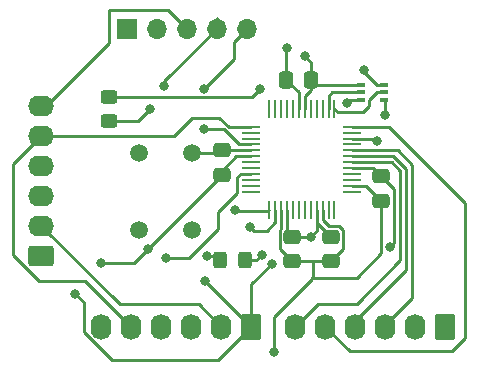
<source format=gbr>
%TF.GenerationSoftware,KiCad,Pcbnew,9.0.2*%
%TF.CreationDate,2025-05-28T14:02:20-07:00*%
%TF.ProjectId,MCU_DSP,4d43555f-4453-4502-9e6b-696361645f70,2.0*%
%TF.SameCoordinates,Original*%
%TF.FileFunction,Copper,L1,Top*%
%TF.FilePolarity,Positive*%
%FSLAX46Y46*%
G04 Gerber Fmt 4.6, Leading zero omitted, Abs format (unit mm)*
G04 Created by KiCad (PCBNEW 9.0.2) date 2025-05-28 14:02:20*
%MOMM*%
%LPD*%
G01*
G04 APERTURE LIST*
G04 Aperture macros list*
%AMRoundRect*
0 Rectangle with rounded corners*
0 $1 Rounding radius*
0 $2 $3 $4 $5 $6 $7 $8 $9 X,Y pos of 4 corners*
0 Add a 4 corners polygon primitive as box body*
4,1,4,$2,$3,$4,$5,$6,$7,$8,$9,$2,$3,0*
0 Add four circle primitives for the rounded corners*
1,1,$1+$1,$2,$3*
1,1,$1+$1,$4,$5*
1,1,$1+$1,$6,$7*
1,1,$1+$1,$8,$9*
0 Add four rect primitives between the rounded corners*
20,1,$1+$1,$2,$3,$4,$5,0*
20,1,$1+$1,$4,$5,$6,$7,0*
20,1,$1+$1,$6,$7,$8,$9,0*
20,1,$1+$1,$8,$9,$2,$3,0*%
G04 Aperture macros list end*
%TA.AperFunction,ComponentPad*%
%ADD10R,1.700000X1.700000*%
%TD*%
%TA.AperFunction,ComponentPad*%
%ADD11O,1.700000X1.700000*%
%TD*%
%TA.AperFunction,SMDPad,CuDef*%
%ADD12R,1.549400X0.279400*%
%TD*%
%TA.AperFunction,SMDPad,CuDef*%
%ADD13R,0.279400X1.549400*%
%TD*%
%TA.AperFunction,ComponentPad*%
%ADD14RoundRect,0.250000X0.845000X-0.620000X0.845000X0.620000X-0.845000X0.620000X-0.845000X-0.620000X0*%
%TD*%
%TA.AperFunction,ComponentPad*%
%ADD15O,2.190000X1.740000*%
%TD*%
%TA.AperFunction,ComponentPad*%
%ADD16RoundRect,0.250000X0.620000X0.845000X-0.620000X0.845000X-0.620000X-0.845000X0.620000X-0.845000X0*%
%TD*%
%TA.AperFunction,ComponentPad*%
%ADD17O,1.740000X2.190000*%
%TD*%
%TA.AperFunction,SMDPad,CuDef*%
%ADD18RoundRect,0.250000X0.337500X0.475000X-0.337500X0.475000X-0.337500X-0.475000X0.337500X-0.475000X0*%
%TD*%
%TA.AperFunction,ComponentPad*%
%ADD19C,1.507998*%
%TD*%
%TA.AperFunction,SMDPad,CuDef*%
%ADD20RoundRect,0.250000X-0.475000X0.337500X-0.475000X-0.337500X0.475000X-0.337500X0.475000X0.337500X0*%
%TD*%
%TA.AperFunction,SMDPad,CuDef*%
%ADD21RoundRect,0.250000X0.325000X0.450000X-0.325000X0.450000X-0.325000X-0.450000X0.325000X-0.450000X0*%
%TD*%
%TA.AperFunction,SMDPad,CuDef*%
%ADD22RoundRect,0.250000X-0.450000X0.325000X-0.450000X-0.325000X0.450000X-0.325000X0.450000X0.325000X0*%
%TD*%
%TA.AperFunction,SMDPad,CuDef*%
%ADD23RoundRect,0.250000X0.475000X-0.337500X0.475000X0.337500X-0.475000X0.337500X-0.475000X-0.337500X0*%
%TD*%
%TA.AperFunction,SMDPad,CuDef*%
%ADD24R,0.650000X0.400000*%
%TD*%
%TA.AperFunction,ViaPad*%
%ADD25C,0.800000*%
%TD*%
%TA.AperFunction,Conductor*%
%ADD26C,0.250000*%
%TD*%
G04 APERTURE END LIST*
D10*
%TO.P,J1,1,Pin_1*%
%TO.N,Net-(IC1-PGC1{slash}OA1IN+_{slash}_AN4_{slash}_C1IN1+_{slash}_C1IN3-_{slash}_RPB2_{slash}_RB2)*%
X196425000Y-134195000D03*
D11*
%TO.P,J1,2,Pin_2*%
%TO.N,Net-(IC1-PGD1{slash}OA1IN-_{slash}_AN5_{slash}_CTCMP_{slash}_C1IN1-_{slash}_RTCC_{slash}_RPB3_{slash}_RB3)*%
X198965000Y-134195000D03*
%TO.P,J1,3,Pin_3*%
%TO.N,GND*%
X201505000Y-134195000D03*
%TO.P,J1,4,Pin_4*%
%TO.N,+3V3*%
X204045000Y-134195000D03*
%TO.P,J1,5,Pin_5*%
%TO.N,Net-(IC1-~{MCLR})*%
X206585000Y-134195000D03*
%TD*%
D12*
%TO.P,IC1,1,RPA7_/_PWML4_/_RA7*%
%TO.N,Net-(IC1-RPA7_{slash}_PWML4_{slash}_RA7)*%
X206994700Y-142474799D03*
%TO.P,IC1,2,RPB14_/_PWMH1_/_RB14*%
%TO.N,unconnected-(IC1-RPB14_{slash}_PWMH1_{slash}_RB14-Pad2)*%
X206994700Y-142974798D03*
%TO.P,IC1,3,RPB15_/_PWML1_/_RB15*%
%TO.N,unconnected-(IC1-RPB15_{slash}_PWML1_{slash}_RB15-Pad3)*%
X206994700Y-143474800D03*
%TO.P,IC1,4,~{MCLR}*%
%TO.N,Net-(IC1-~{MCLR})*%
X206994700Y-143974799D03*
%TO.P,IC1,5,VSS_1*%
%TO.N,GND*%
X206994700Y-144474798D03*
%TO.P,IC1,6,VDD_1*%
%TO.N,+3V3*%
X206994700Y-144974799D03*
%TO.P,IC1,7,AN11_/_C1IN4-_/_RPA12_/_FLT13_/_RA12*%
%TO.N,unconnected-(IC1-AN11_{slash}_C1IN4-_{slash}_RPA12_{slash}_FLT13_{slash}_RA12-Pad7)*%
X206994700Y-145474799D03*
%TO.P,IC1,8,AN10_/_C2IN4-_/_RPA11_/_FLT14_/_RA11*%
%TO.N,unconnected-(IC1-AN10_{slash}_C2IN4-_{slash}_RPA11_{slash}_FLT14_{slash}_RA11-Pad8)*%
X206994700Y-145974800D03*
%TO.P,IC1,9,OA2OUT_/_AN0_/_C2IN2-_/_RPA0_/_RA0*%
%TO.N,Net-(IC1-OA2OUT_{slash}_AN0_{slash}_C2IN2-_{slash}_RPA0_{slash}_RA0)*%
X206994700Y-146474799D03*
%TO.P,IC1,10,OA2IN+_/_AN1_/_C2IN1+_/_C2IN3-_/_RPA1_/_RA1*%
%TO.N,unconnected-(IC1-OA2IN+_{slash}_AN1_{slash}_C2IN1+_{slash}_C2IN3-_{slash}_RPA1_{slash}_RA1-Pad10)*%
X206994700Y-146974798D03*
%TO.P,IC1,11,PGD3/_VREF-_/_OA2IN-_/_AN2_/_C2IN1-_/_RPB0_/_CTED2_/_RB0*%
%TO.N,unconnected-(IC1-PGD3{slash}_VREF-_{slash}_OA2IN-_{slash}_AN2_{slash}_C2IN1-_{slash}_RPB0_{slash}_CTED2_{slash}_RB0-Pad11)*%
X206994700Y-147474800D03*
%TO.P,IC1,12,PGC3/OA1OUT_/_VREF+_/_AN3_/_C1IN2-_/_RPB1_/_CTED1_/_RB1*%
%TO.N,unconnected-(IC1-PGC3{slash}OA1OUT_{slash}_VREF+_{slash}_AN3_{slash}_C1IN2-_{slash}_RPB1_{slash}_CTED1_{slash}_RB1-Pad12)*%
X206994700Y-147974799D03*
D13*
%TO.P,IC1,13,PGC1/OA1IN+_/_AN4_/_C1IN1+_/_C1IN3-_/_RPB2_/_RB2*%
%TO.N,Net-(IC1-PGC1{slash}OA1IN+_{slash}_AN4_{slash}_C1IN1+_{slash}_C1IN3-_{slash}_RPB2_{slash}_RB2)*%
X208524600Y-149504699D03*
%TO.P,IC1,14,PGD1/OA1IN-_/_AN5_/_CTCMP_/_C1IN1-_/_RTCC_/_RPB3_/_RB3*%
%TO.N,Net-(IC1-PGD1{slash}OA1IN-_{slash}_AN5_{slash}_CTCMP_{slash}_C1IN1-_{slash}_RTCC_{slash}_RPB3_{slash}_RB3)*%
X209024599Y-149504699D03*
%TO.P,IC1,15,AVDD*%
%TO.N,+3V3*%
X209524601Y-149504699D03*
%TO.P,IC1,16,AVSS*%
%TO.N,GND*%
X210024600Y-149504699D03*
%TO.P,IC1,17,OA3OUT_/_AN6_/_C3IN2-_/_RPC0_/_RC0*%
%TO.N,unconnected-(IC1-OA3OUT_{slash}_AN6_{slash}_C3IN2-_{slash}_RPC0_{slash}_RC0-Pad17)*%
X210524599Y-149504699D03*
%TO.P,IC1,18,OA3IN-_/_AN7_/_C3IN1-_/_RPC1_/_RC1*%
%TO.N,unconnected-(IC1-OA3IN-_{slash}_AN7_{slash}_C3IN1-_{slash}_RPC1_{slash}_RC1-Pad18)*%
X211024600Y-149504699D03*
%TO.P,IC1,19,OA3IN+_/_AN8_/_C3IN1+_/_C3IN3-_/_RPC2_/_FLT3_/_RC2*%
%TO.N,unconnected-(IC1-OA3IN+_{slash}_AN8_{slash}_C3IN1+_{slash}_C3IN3-_{slash}_RPC2_{slash}_FLT3_{slash}_RC2-Pad19)*%
X211524600Y-149504699D03*
%TO.P,IC1,20,AN9_/_C3IN4-_/_FLT4_/_RC11*%
%TO.N,unconnected-(IC1-AN9_{slash}_C3IN4-_{slash}_FLT4_{slash}_RC11-Pad20)*%
X212024601Y-149504699D03*
%TO.P,IC1,21,VSS_2*%
%TO.N,GND*%
X212524600Y-149504699D03*
%TO.P,IC1,22,VDD_2*%
%TO.N,+3V3*%
X213024599Y-149504699D03*
%TO.P,IC1,23,DAC1/_AN12_/_RPA8_/_SDA2_/_RA8*%
%TO.N,unconnected-(IC1-DAC1{slash}_AN12_{slash}_RPA8_{slash}_SDA2_{slash}_RA8-Pad23)*%
X213524601Y-149504699D03*
%TO.P,IC1,24,TDI_/_FLT15_/_RPB4_/_SCL2_/_RB4*%
%TO.N,unconnected-(IC1-TDI_{slash}_FLT15_{slash}_RPB4_{slash}_SCL2_{slash}_RB4-Pad24)*%
X214024600Y-149504699D03*
D12*
%TO.P,IC1,25,AN13_/_RPA4_/_T1G_/_RA4*%
%TO.N,unconnected-(IC1-AN13_{slash}_RPA4_{slash}_T1G_{slash}_RA4-Pad25)*%
X215554500Y-147974799D03*
%TO.P,IC1,26,VDD_3*%
%TO.N,+3V3*%
X215554500Y-147474800D03*
%TO.P,IC1,27,OSCI/CLKI_/_AN17_/_RPC12_/_RC12*%
%TO.N,unconnected-(IC1-OSCI{slash}CLKI_{slash}_AN17_{slash}_RPC12_{slash}_RC12-Pad27)*%
X215554500Y-146974798D03*
%TO.P,IC1,28,OSCO_/_CLKO_/_RPC15_/_RC15*%
%TO.N,unconnected-(IC1-OSCO_{slash}_CLKO_{slash}_RPC15_{slash}_RC15-Pad28)*%
X215554500Y-146474799D03*
%TO.P,IC1,29,VSS_3*%
%TO.N,GND*%
X215554500Y-145974800D03*
%TO.P,IC1,30,RPD8_/_RD8*%
%TO.N,Net-(IC1-RPD8_{slash}_RD8)*%
X215554500Y-145474799D03*
%TO.P,IC1,31,PGD2/_RPB5_/_SDA1_/_RB5*%
%TO.N,Net-(IC1-PGD2{slash}_RPB5_{slash}_SDA1_{slash}_RB5)*%
X215554500Y-144974799D03*
%TO.P,IC1,32,PGC2/RPB6_/_SCL1_/_RB6*%
%TO.N,Net-(IC1-PGC2{slash}RPB6_{slash}_SCL1_{slash}_RB6)*%
X215554500Y-144474798D03*
%TO.P,IC1,33,AN14_/_RPC10_/_RC10*%
%TO.N,unconnected-(IC1-AN14_{slash}_RPC10_{slash}_RC10-Pad33)*%
X215554500Y-143974799D03*
%TO.P,IC1,34,AN15_/_RPB7_/_SCK1_/_INT0_/_RB7*%
%TO.N,Net-(IC1-AN15_{slash}_RPB7_{slash}_SCK1_{slash}_INT0_{slash}_RB7)*%
X215554500Y-143474800D03*
%TO.P,IC1,35,SOSCI_/_RPC13_/_RC13*%
%TO.N,unconnected-(IC1-SOSCI_{slash}_RPC13_{slash}_RC13-Pad35)*%
X215554500Y-142974798D03*
%TO.P,IC1,36,SOSCO_/_RPB8_/_T1CK_/_RB8*%
%TO.N,Net-(IC1-SOSCO_{slash}_RPB8_{slash}_T1CK_{slash}_RB8)*%
X215554500Y-142474799D03*
D13*
%TO.P,IC1,37,TMS_/_AN16_/_LVDIN_/_RPB9_/_RB9*%
%TO.N,Net-(IC1-TMS_{slash}_AN16_{slash}_LVDIN_{slash}_RPB9_{slash}_RB9)*%
X214024600Y-140944899D03*
%TO.P,IC1,38,RPC6_/_RC6*%
%TO.N,Net-(IC1-RPC6_{slash}_RC6)*%
X213524601Y-140944899D03*
%TO.P,IC1,39,RPC7_/_RC7*%
%TO.N,unconnected-(IC1-RPC7_{slash}_RC7-Pad39)*%
X213024599Y-140944899D03*
%TO.P,IC1,40,RPC8_/_RC8*%
%TO.N,unconnected-(IC1-RPC8_{slash}_RC8-Pad40)*%
X212524600Y-140944899D03*
%TO.P,IC1,41,RPC9_/_RC9*%
%TO.N,unconnected-(IC1-RPC9_{slash}_RC9-Pad41)*%
X212024601Y-140944899D03*
%TO.P,IC1,42,VSS_4*%
%TO.N,GND*%
X211524600Y-140944899D03*
%TO.P,IC1,43,VDD_4*%
%TO.N,+3V3*%
X211024600Y-140944899D03*
%TO.P,IC1,44,TDO_/_RPB10_/_PWMH3_/_RB10*%
%TO.N,unconnected-(IC1-TDO_{slash}_RPB10_{slash}_PWMH3_{slash}_RB10-Pad44)*%
X210524599Y-140944899D03*
%TO.P,IC1,45,TCK_/_RPB11_/_PWML3_/_RB11*%
%TO.N,unconnected-(IC1-TCK_{slash}_RPB11_{slash}_PWML3_{slash}_RB11-Pad45)*%
X210024600Y-140944899D03*
%TO.P,IC1,46,RPB12_/_PWMH2_/_RB12*%
%TO.N,unconnected-(IC1-RPB12_{slash}_PWMH2_{slash}_RB12-Pad46)*%
X209524601Y-140944899D03*
%TO.P,IC1,47,RPB13_/_PWML2_/_CTPLS_/_RB13*%
%TO.N,unconnected-(IC1-RPB13_{slash}_PWML2_{slash}_CTPLS_{slash}_RB13-Pad47)*%
X209024599Y-140944899D03*
%TO.P,IC1,48,PWMH4_/_RA10*%
%TO.N,unconnected-(IC1-PWMH4_{slash}_RA10-Pad48)*%
X208524600Y-140944899D03*
%TD*%
D14*
%TO.P,J2,1,Pin_1*%
%TO.N,GND*%
X189200000Y-153400000D03*
D15*
%TO.P,J2,2,Pin_2*%
%TO.N,Net-(IC1-AN15_{slash}_RPB7_{slash}_SCK1_{slash}_INT0_{slash}_RB7)*%
X189200000Y-150860000D03*
%TO.P,J2,3,Pin_3*%
%TO.N,+3V3*%
X189200000Y-148320000D03*
%TO.P,J2,4,Pin_4*%
%TO.N,Net-(IC1-OA2OUT_{slash}_AN0_{slash}_C2IN2-_{slash}_RPA0_{slash}_RA0)*%
X189200000Y-145780000D03*
%TO.P,J2,5,Pin_5*%
%TO.N,Net-(IC1-RPA7_{slash}_PWML4_{slash}_RA7)*%
X189200000Y-143240000D03*
%TO.P,J2,6,Pin_6*%
%TO.N,GND*%
X189200000Y-140700000D03*
%TD*%
D16*
%TO.P,J3,1,Pin_1*%
%TO.N,GND*%
X207000000Y-159400000D03*
D17*
%TO.P,J3,2,Pin_2*%
%TO.N,Net-(IC1-AN15_{slash}_RPB7_{slash}_SCK1_{slash}_INT0_{slash}_RB7)*%
X204460000Y-159400000D03*
%TO.P,J3,3,Pin_3*%
%TO.N,+3V3*%
X201920000Y-159400000D03*
%TO.P,J3,4,Pin_4*%
%TO.N,Net-(IC1-OA2OUT_{slash}_AN0_{slash}_C2IN2-_{slash}_RPA0_{slash}_RA0)*%
X199380000Y-159400000D03*
%TO.P,J3,5,Pin_5*%
%TO.N,Net-(IC1-RPA7_{slash}_PWML4_{slash}_RA7)*%
X196840000Y-159400000D03*
%TO.P,J3,6,Pin_6*%
%TO.N,+3V3*%
X194300000Y-159400000D03*
%TD*%
D18*
%TO.P,C5,1*%
%TO.N,GND*%
X212037500Y-138500000D03*
%TO.P,C5,2*%
%TO.N,+3V3*%
X209962500Y-138500000D03*
%TD*%
D19*
%TO.P,SW1,1,1*%
%TO.N,Net-(C6-Pad1)*%
X197499999Y-151200002D03*
%TO.P,SW1,2*%
%TO.N,N/C*%
X197499999Y-144700000D03*
%TO.P,SW1,3*%
X202000000Y-151200002D03*
%TO.P,SW1,4,4*%
%TO.N,GND*%
X202000000Y-144700000D03*
%TD*%
D20*
%TO.P,C4,1*%
%TO.N,GND*%
X218000000Y-146662500D03*
%TO.P,C4,2*%
%TO.N,+3V3*%
X218000000Y-148737500D03*
%TD*%
%TO.P,C3,1*%
%TO.N,GND*%
X213720000Y-151802500D03*
%TO.P,C3,2*%
%TO.N,+3V3*%
X213720000Y-153877500D03*
%TD*%
D21*
%TO.P,D2,1,K*%
%TO.N,Net-(D2-K)*%
X206425000Y-153800000D03*
%TO.P,D2,2,A*%
%TO.N,Net-(D2-A)*%
X204375000Y-153800000D03*
%TD*%
D22*
%TO.P,D1,1,K*%
%TO.N,Net-(D1-K)*%
X194900000Y-139975000D03*
%TO.P,D1,2,A*%
%TO.N,Net-(D1-A)*%
X194900000Y-142025000D03*
%TD*%
D20*
%TO.P,C1,1*%
%TO.N,GND*%
X204500000Y-144462500D03*
%TO.P,C1,2*%
%TO.N,+3V3*%
X204500000Y-146537500D03*
%TD*%
D23*
%TO.P,C2,1*%
%TO.N,+3V3*%
X210450000Y-153877500D03*
%TO.P,C2,2*%
%TO.N,GND*%
X210450000Y-151802500D03*
%TD*%
D24*
%TO.P,U1,1,S1*%
%TO.N,GND*%
X218200000Y-140200000D03*
%TO.P,U1,2,G1*%
%TO.N,Net-(IC1-TMS_{slash}_AN16_{slash}_LVDIN_{slash}_RPB9_{slash}_RB9)*%
X218200000Y-139550000D03*
%TO.P,U1,3,D2*%
%TO.N,Net-(D1-K)*%
X218200000Y-138900000D03*
%TO.P,U1,4,S2*%
%TO.N,GND*%
X216300000Y-138900000D03*
%TO.P,U1,5,G2*%
%TO.N,Net-(IC1-RPC6_{slash}_RC6)*%
X216300000Y-139550000D03*
%TO.P,U1,6,D1*%
%TO.N,Net-(D2-K)*%
X216300000Y-140200000D03*
%TD*%
D16*
%TO.P,J5,1,Pin_1*%
%TO.N,+3V3*%
X223400000Y-159400000D03*
D17*
%TO.P,J5,2,Pin_2*%
%TO.N,GND*%
X220860000Y-159400000D03*
%TO.P,J5,3,Pin_3*%
%TO.N,Net-(IC1-PGC2{slash}RPB6_{slash}_SCL1_{slash}_RB6)*%
X218320000Y-159400000D03*
%TO.P,J5,4,Pin_4*%
%TO.N,Net-(IC1-PGD2{slash}_RPB5_{slash}_SDA1_{slash}_RB5)*%
X215780000Y-159400000D03*
%TO.P,J5,5,Pin_5*%
%TO.N,Net-(IC1-SOSCO_{slash}_RPB8_{slash}_T1CK_{slash}_RB8)*%
X213240000Y-159400000D03*
%TO.P,J5,6,Pin_6*%
%TO.N,Net-(IC1-RPD8_{slash}_RD8)*%
X210700000Y-159400000D03*
%TD*%
D25*
%TO.N,GND*%
X218300000Y-141500000D03*
X203100000Y-155500000D03*
X218700000Y-152700000D03*
X212010000Y-151770000D03*
X192100000Y-156600000D03*
X208700000Y-154100000D03*
X211500000Y-136500000D03*
%TO.N,+3V3*%
X198218750Y-152818750D03*
X210000000Y-135774000D03*
X199600000Y-139000000D03*
X194300000Y-154000000D03*
X208900000Y-161546000D03*
%TO.N,Net-(D1-K)*%
X207700000Y-139300000D03*
X216500000Y-137700000D03*
%TO.N,Net-(D1-A)*%
X198400000Y-141000000D03*
%TO.N,Net-(D2-K)*%
X215100000Y-140500000D03*
X207900000Y-153300000D03*
%TO.N,Net-(D2-A)*%
X203200000Y-153400000D03*
%TO.N,Net-(IC1-~{MCLR})*%
X203000000Y-139250000D03*
X203000000Y-142700000D03*
%TO.N,Net-(IC1-OA2OUT_{slash}_AN0_{slash}_C2IN2-_{slash}_RPA0_{slash}_RA0)*%
X199800000Y-153600000D03*
%TO.N,Net-(IC1-PGC1{slash}OA1IN+_{slash}_AN4_{slash}_C1IN1+_{slash}_C1IN3-_{slash}_RPB2_{slash}_RB2)*%
X205600000Y-149500000D03*
%TO.N,Net-(IC1-PGD1{slash}OA1IN-_{slash}_AN5_{slash}_CTCMP_{slash}_C1IN1-_{slash}_RTCC_{slash}_RPB3_{slash}_RB3)*%
X206900000Y-151000000D03*
%TO.N,Net-(IC1-AN15_{slash}_RPB7_{slash}_SCK1_{slash}_INT0_{slash}_RB7)*%
X217600000Y-143700000D03*
%TD*%
D26*
%TO.N,GND*%
X212524600Y-151255400D02*
X212010000Y-151770000D01*
X212524600Y-150607100D02*
X213720000Y-151802500D01*
X217277999Y-145940499D02*
X218000000Y-146662500D01*
X212524600Y-149504699D02*
X212524600Y-150607100D01*
X194900000Y-132600000D02*
X194900000Y-135400000D01*
X207000000Y-155800000D02*
X207000000Y-159400000D01*
X212037500Y-137037500D02*
X211500000Y-136500000D01*
X189600000Y-140700000D02*
X189200000Y-140700000D01*
X192800000Y-157300000D02*
X192800000Y-159816399D01*
X215588801Y-145940499D02*
X217277999Y-145940499D01*
X208700000Y-154100000D02*
X207000000Y-155800000D01*
X199910000Y-132600000D02*
X194900000Y-132600000D01*
X210450000Y-151802500D02*
X211977500Y-151802500D01*
X218700000Y-152700000D02*
X219100000Y-152300000D01*
X218300000Y-141500000D02*
X218300000Y-140300000D01*
X201505000Y-134195000D02*
X199910000Y-132600000D01*
X219100000Y-147762500D02*
X218000000Y-146662500D01*
X219100000Y-152300000D02*
X219100000Y-147762500D01*
X211977500Y-151802500D02*
X212010000Y-151770000D01*
X212524600Y-150607100D02*
X212524600Y-151255400D01*
X192800000Y-159816399D02*
X195183601Y-162200000D01*
X204100000Y-144700000D02*
X202000000Y-144700000D01*
X211524600Y-139878500D02*
X212037500Y-139365600D01*
X195183601Y-162200000D02*
X204200000Y-162200000D01*
X203100000Y-155500000D02*
X207000000Y-159400000D01*
X210024600Y-149504699D02*
X210024600Y-151377100D01*
X204200000Y-162200000D02*
X207000000Y-159400000D01*
X218300000Y-140300000D02*
X218200000Y-140200000D01*
X206994700Y-144474798D02*
X204512298Y-144474798D01*
X192100000Y-156600000D02*
X192800000Y-157300000D01*
X212037500Y-138500000D02*
X212037500Y-137037500D01*
X211524600Y-140944899D02*
X211524600Y-139878500D01*
X216300000Y-138900000D02*
X212437500Y-138900000D01*
X212037500Y-139365600D02*
X212037500Y-138500000D01*
X215554500Y-145974800D02*
X215588801Y-145940499D01*
X194900000Y-135400000D02*
X189600000Y-140700000D01*
%TO.N,+3V3*%
X205725201Y-144974799D02*
X204500000Y-146200000D01*
X213024599Y-149504699D02*
X213024599Y-150384599D01*
X204500000Y-146537500D02*
X198218750Y-152818750D01*
X214770000Y-151226827D02*
X214770000Y-152827500D01*
X212100000Y-155400000D02*
X212100000Y-155200000D01*
X209400000Y-152827500D02*
X210450000Y-153877500D01*
X209962500Y-135811500D02*
X210000000Y-135774000D01*
X210450000Y-153877500D02*
X212200000Y-153877500D01*
X211024600Y-139562100D02*
X209962500Y-138500000D01*
X217974000Y-153000720D02*
X218000000Y-153026720D01*
X212200000Y-155300000D02*
X212200000Y-153877500D01*
X218000000Y-148737500D02*
X218000000Y-152373280D01*
X197037500Y-154000000D02*
X194300000Y-154000000D01*
X216737300Y-147474800D02*
X218000000Y-148737500D01*
X209524601Y-149504699D02*
X209524601Y-151102226D01*
X206994700Y-144974799D02*
X205725201Y-144974799D01*
X212200000Y-153877500D02*
X213720000Y-153877500D01*
X209962500Y-138500000D02*
X209962500Y-135811500D01*
X218000000Y-153026720D02*
X218000000Y-153200000D01*
X208900000Y-161546000D02*
X208900000Y-158600000D01*
X211024600Y-140944899D02*
X211024600Y-139562100D01*
X215554500Y-147474800D02*
X216737300Y-147474800D01*
X208900000Y-158600000D02*
X212100000Y-155400000D01*
X215900000Y-155300000D02*
X212200000Y-155300000D01*
X198218750Y-152818750D02*
X197037500Y-154000000D01*
X213024599Y-150384599D02*
X213530000Y-150890000D01*
X204045000Y-133255000D02*
X204045000Y-134195000D01*
X218000000Y-153200000D02*
X215900000Y-155300000D01*
X218000000Y-152373280D02*
X217974000Y-152399280D01*
X209400000Y-151226827D02*
X209400000Y-152827500D01*
X199600000Y-139000000D02*
X199600000Y-138640000D01*
X217974000Y-152399280D02*
X217974000Y-153000720D01*
X214433173Y-150890000D02*
X214770000Y-151226827D01*
X209524601Y-151102226D02*
X209400000Y-151226827D01*
X213530000Y-150890000D02*
X214433173Y-150890000D01*
X214770000Y-152827500D02*
X213720000Y-153877500D01*
X199600000Y-138640000D02*
X204045000Y-134195000D01*
%TO.N,Net-(D1-K)*%
X194900000Y-139975000D02*
X207025000Y-139975000D01*
X216500000Y-137800000D02*
X217600000Y-138900000D01*
X207025000Y-139975000D02*
X207700000Y-139300000D01*
X217600000Y-138900000D02*
X218200000Y-138900000D01*
X216500000Y-137700000D02*
X216500000Y-137800000D01*
%TO.N,Net-(D1-A)*%
X197375000Y-142025000D02*
X194900000Y-142025000D01*
X198400000Y-141000000D02*
X197375000Y-142025000D01*
%TO.N,Net-(D2-K)*%
X207400000Y-153800000D02*
X207900000Y-153300000D01*
X216300000Y-140200000D02*
X215400000Y-140200000D01*
X206425000Y-153800000D02*
X207400000Y-153800000D01*
X215400000Y-140200000D02*
X215100000Y-140500000D01*
%TO.N,Net-(D2-A)*%
X203200000Y-153400000D02*
X203975000Y-153400000D01*
%TO.N,Net-(IC1-RPA7_{slash}_PWML4_{slash}_RA7)*%
X202000000Y-141700000D02*
X204291310Y-141700000D01*
X189000000Y-155500000D02*
X186800000Y-153300000D01*
X186800000Y-145640000D02*
X189200000Y-143240000D01*
X204291310Y-141700000D02*
X205066109Y-142474799D01*
X205066109Y-142474799D02*
X206994700Y-142474799D01*
X186800000Y-153300000D02*
X186800000Y-145640000D01*
X189200000Y-143240000D02*
X200460000Y-143240000D01*
X192940000Y-155500000D02*
X189000000Y-155500000D01*
X200460000Y-143240000D02*
X202000000Y-141700000D01*
X196840000Y-159400000D02*
X192940000Y-155500000D01*
%TO.N,Net-(IC1-~{MCLR})*%
X203000000Y-139250000D02*
X205500000Y-136750000D01*
X204653500Y-142700000D02*
X205928299Y-143974799D01*
X205928299Y-143974799D02*
X206994700Y-143974799D01*
X203000000Y-142700000D02*
X204653500Y-142700000D01*
X205500000Y-135280000D02*
X206585000Y-134195000D01*
X205500000Y-136750000D02*
X205500000Y-135280000D01*
%TO.N,Net-(IC1-OA2OUT_{slash}_AN0_{slash}_C2IN2-_{slash}_RPA0_{slash}_RA0)*%
X205800000Y-148100000D02*
X205800000Y-146770000D01*
X204200000Y-149700000D02*
X205800000Y-148100000D01*
X206095201Y-146474799D02*
X206994700Y-146474799D01*
X205800000Y-146770000D02*
X206095201Y-146474799D01*
X201700000Y-153600000D02*
X204200000Y-151100000D01*
X199800000Y-153600000D02*
X201700000Y-153600000D01*
X204200000Y-151100000D02*
X204200000Y-149700000D01*
%TO.N,Net-(IC1-PGC1{slash}OA1IN+_{slash}_AN4_{slash}_C1IN1+_{slash}_C1IN3-_{slash}_RPB2_{slash}_RB2)*%
X208429299Y-149600000D02*
X208524600Y-149504699D01*
X205600000Y-149500000D02*
X205700000Y-149600000D01*
X205700000Y-149600000D02*
X208429299Y-149600000D01*
%TO.N,Net-(IC1-PGD1{slash}OA1IN-_{slash}_AN5_{slash}_CTCMP_{slash}_C1IN1-_{slash}_RTCC_{slash}_RPB3_{slash}_RB3)*%
X209024599Y-150571100D02*
X209024599Y-149504699D01*
X206900000Y-151000000D02*
X207200000Y-151300000D01*
X207200000Y-151300000D02*
X208295699Y-151300000D01*
X208295699Y-151300000D02*
X209024599Y-150571100D01*
%TO.N,Net-(IC1-RPD8_{slash}_RD8)*%
X219600000Y-153800000D02*
X215900000Y-157500000D01*
X215900000Y-157500000D02*
X212600000Y-157500000D01*
X215554500Y-145474799D02*
X218874799Y-145474799D01*
X219600000Y-146200000D02*
X219600000Y-153800000D01*
X218874799Y-145474799D02*
X219600000Y-146200000D01*
X212600000Y-157500000D02*
X210700000Y-159400000D01*
%TO.N,Net-(IC1-PGD2{slash}_RPB5_{slash}_SDA1_{slash}_RB5)*%
X219012609Y-144974799D02*
X220068190Y-146030380D01*
X220068190Y-154631810D02*
X216037810Y-158662190D01*
X220068190Y-146030380D02*
X220068190Y-154631810D01*
X215554500Y-144974799D02*
X219012609Y-144974799D01*
%TO.N,Net-(IC1-PGC2{slash}RPB6_{slash}_SCL1_{slash}_RB6)*%
X220600000Y-145700000D02*
X219374798Y-144474798D01*
X219374798Y-144474798D02*
X215554500Y-144474798D01*
X220600000Y-157000000D02*
X220600000Y-145700000D01*
X218320000Y-159280000D02*
X220600000Y-157000000D01*
%TO.N,Net-(IC1-AN15_{slash}_RPB7_{slash}_SCK1_{slash}_INT0_{slash}_RB7)*%
X217374800Y-143474800D02*
X217600000Y-143700000D01*
X215554500Y-143474800D02*
X217374800Y-143474800D01*
X189200000Y-150860000D02*
X195840000Y-157500000D01*
X202560000Y-157500000D02*
X204460000Y-159400000D01*
X195840000Y-157500000D02*
X202560000Y-157500000D01*
%TO.N,Net-(IC1-SOSCO_{slash}_RPB8_{slash}_T1CK_{slash}_RB8)*%
X225100000Y-160400000D02*
X225100000Y-148900000D01*
X224000000Y-161500000D02*
X225100000Y-160400000D01*
X213240000Y-159400000D02*
X215340000Y-161500000D01*
X215340000Y-161500000D02*
X224000000Y-161500000D01*
X218674799Y-142474799D02*
X215554500Y-142474799D01*
X225100000Y-148900000D02*
X218674799Y-142474799D01*
%TO.N,Net-(IC1-TMS_{slash}_AN16_{slash}_LVDIN_{slash}_RPB9_{slash}_RB9)*%
X217625000Y-139550000D02*
X216951000Y-140224000D01*
X216451000Y-141226000D02*
X214305701Y-141226000D01*
X214305701Y-141226000D02*
X214024600Y-140944899D01*
X216951000Y-140726000D02*
X216451000Y-141226000D01*
X216951000Y-140224000D02*
X216951000Y-140726000D01*
X218200000Y-139550000D02*
X217625000Y-139550000D01*
%TO.N,Net-(IC1-RPC6_{slash}_RC6)*%
X213853099Y-139550000D02*
X213524601Y-139878498D01*
X216300000Y-139550000D02*
X213853099Y-139550000D01*
X213524601Y-139878498D02*
X213524601Y-140944899D01*
%TD*%
M02*

</source>
